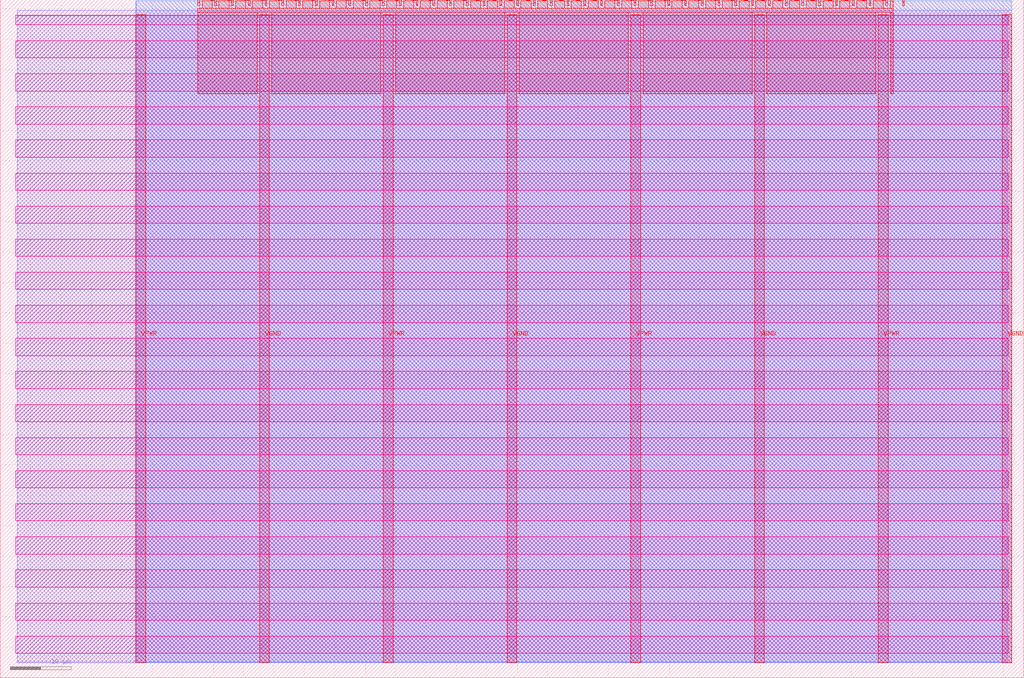
<source format=lef>
VERSION 5.7 ;
  NOWIREEXTENSIONATPIN ON ;
  DIVIDERCHAR "/" ;
  BUSBITCHARS "[]" ;
MACRO tt_um_wokwi_380005495431181313_dup
  CLASS BLOCK ;
  FOREIGN tt_um_wokwi_380005495431181313_dup ;
  ORIGIN 0.000 0.000 ;
  SIZE 168.360 BY 111.520 ;
  PIN VGND
    DIRECTION INOUT ;
    USE GROUND ;
    PORT
      LAYER met4 ;
        RECT 42.670 2.480 44.270 109.040 ;
    END
    PORT
      LAYER met4 ;
        RECT 83.380 2.480 84.980 109.040 ;
    END
    PORT
      LAYER met4 ;
        RECT 124.090 2.480 125.690 109.040 ;
    END
    PORT
      LAYER met4 ;
        RECT 164.800 2.480 166.400 109.040 ;
    END
  END VGND
  PIN VPWR
    DIRECTION INOUT ;
    USE POWER ;
    PORT
      LAYER met4 ;
        RECT 22.315 2.480 23.915 109.040 ;
    END
    PORT
      LAYER met4 ;
        RECT 63.025 2.480 64.625 109.040 ;
    END
    PORT
      LAYER met4 ;
        RECT 103.735 2.480 105.335 109.040 ;
    END
    PORT
      LAYER met4 ;
        RECT 144.445 2.480 146.045 109.040 ;
    END
  END VPWR
  PIN clk
    DIRECTION INPUT ;
    USE SIGNAL ;
    ANTENNAGATEAREA 0.852000 ;
    PORT
      LAYER met4 ;
        RECT 145.670 110.520 145.970 111.520 ;
    END
  END clk
  PIN ena
    DIRECTION INPUT ;
    USE SIGNAL ;
    PORT
      LAYER met4 ;
        RECT 148.430 110.520 148.730 111.520 ;
    END
  END ena
  PIN rst_n
    DIRECTION INPUT ;
    USE SIGNAL ;
    ANTENNAGATEAREA 0.196500 ;
    PORT
      LAYER met4 ;
        RECT 142.910 110.520 143.210 111.520 ;
    END
  END rst_n
  PIN ui_in[0]
    DIRECTION INPUT ;
    USE SIGNAL ;
    ANTENNAGATEAREA 0.196500 ;
    PORT
      LAYER met4 ;
        RECT 140.150 110.520 140.450 111.520 ;
    END
  END ui_in[0]
  PIN ui_in[1]
    DIRECTION INPUT ;
    USE SIGNAL ;
    ANTENNAGATEAREA 0.196500 ;
    PORT
      LAYER met4 ;
        RECT 137.390 110.520 137.690 111.520 ;
    END
  END ui_in[1]
  PIN ui_in[2]
    DIRECTION INPUT ;
    USE SIGNAL ;
    ANTENNAGATEAREA 0.196500 ;
    PORT
      LAYER met4 ;
        RECT 134.630 110.520 134.930 111.520 ;
    END
  END ui_in[2]
  PIN ui_in[3]
    DIRECTION INPUT ;
    USE SIGNAL ;
    ANTENNAGATEAREA 0.196500 ;
    PORT
      LAYER met4 ;
        RECT 131.870 110.520 132.170 111.520 ;
    END
  END ui_in[3]
  PIN ui_in[4]
    DIRECTION INPUT ;
    USE SIGNAL ;
    ANTENNAGATEAREA 0.196500 ;
    PORT
      LAYER met4 ;
        RECT 129.110 110.520 129.410 111.520 ;
    END
  END ui_in[4]
  PIN ui_in[5]
    DIRECTION INPUT ;
    USE SIGNAL ;
    ANTENNAGATEAREA 0.196500 ;
    PORT
      LAYER met4 ;
        RECT 126.350 110.520 126.650 111.520 ;
    END
  END ui_in[5]
  PIN ui_in[6]
    DIRECTION INPUT ;
    USE SIGNAL ;
    ANTENNAGATEAREA 0.126000 ;
    PORT
      LAYER met4 ;
        RECT 123.590 110.520 123.890 111.520 ;
    END
  END ui_in[6]
  PIN ui_in[7]
    DIRECTION INPUT ;
    USE SIGNAL ;
    ANTENNAGATEAREA 0.196500 ;
    PORT
      LAYER met4 ;
        RECT 120.830 110.520 121.130 111.520 ;
    END
  END ui_in[7]
  PIN uio_in[0]
    DIRECTION INPUT ;
    USE SIGNAL ;
    ANTENNAGATEAREA 0.196500 ;
    PORT
      LAYER met4 ;
        RECT 118.070 110.520 118.370 111.520 ;
    END
  END uio_in[0]
  PIN uio_in[1]
    DIRECTION INPUT ;
    USE SIGNAL ;
    ANTENNAGATEAREA 0.196500 ;
    PORT
      LAYER met4 ;
        RECT 115.310 110.520 115.610 111.520 ;
    END
  END uio_in[1]
  PIN uio_in[2]
    DIRECTION INPUT ;
    USE SIGNAL ;
    ANTENNAGATEAREA 0.196500 ;
    PORT
      LAYER met4 ;
        RECT 112.550 110.520 112.850 111.520 ;
    END
  END uio_in[2]
  PIN uio_in[3]
    DIRECTION INPUT ;
    USE SIGNAL ;
    PORT
      LAYER met4 ;
        RECT 109.790 110.520 110.090 111.520 ;
    END
  END uio_in[3]
  PIN uio_in[4]
    DIRECTION INPUT ;
    USE SIGNAL ;
    ANTENNAGATEAREA 0.196500 ;
    PORT
      LAYER met4 ;
        RECT 107.030 110.520 107.330 111.520 ;
    END
  END uio_in[4]
  PIN uio_in[5]
    DIRECTION INPUT ;
    USE SIGNAL ;
    ANTENNAGATEAREA 0.196500 ;
    PORT
      LAYER met4 ;
        RECT 104.270 110.520 104.570 111.520 ;
    END
  END uio_in[5]
  PIN uio_in[6]
    DIRECTION INPUT ;
    USE SIGNAL ;
    ANTENNAGATEAREA 0.196500 ;
    PORT
      LAYER met4 ;
        RECT 101.510 110.520 101.810 111.520 ;
    END
  END uio_in[6]
  PIN uio_in[7]
    DIRECTION INPUT ;
    USE SIGNAL ;
    ANTENNAGATEAREA 0.196500 ;
    PORT
      LAYER met4 ;
        RECT 98.750 110.520 99.050 111.520 ;
    END
  END uio_in[7]
  PIN uio_oe[0]
    DIRECTION OUTPUT TRISTATE ;
    USE SIGNAL ;
    PORT
      LAYER met4 ;
        RECT 51.830 110.520 52.130 111.520 ;
    END
  END uio_oe[0]
  PIN uio_oe[1]
    DIRECTION OUTPUT TRISTATE ;
    USE SIGNAL ;
    PORT
      LAYER met4 ;
        RECT 49.070 110.520 49.370 111.520 ;
    END
  END uio_oe[1]
  PIN uio_oe[2]
    DIRECTION OUTPUT TRISTATE ;
    USE SIGNAL ;
    PORT
      LAYER met4 ;
        RECT 46.310 110.520 46.610 111.520 ;
    END
  END uio_oe[2]
  PIN uio_oe[3]
    DIRECTION OUTPUT TRISTATE ;
    USE SIGNAL ;
    PORT
      LAYER met4 ;
        RECT 43.550 110.520 43.850 111.520 ;
    END
  END uio_oe[3]
  PIN uio_oe[4]
    DIRECTION OUTPUT TRISTATE ;
    USE SIGNAL ;
    PORT
      LAYER met4 ;
        RECT 40.790 110.520 41.090 111.520 ;
    END
  END uio_oe[4]
  PIN uio_oe[5]
    DIRECTION OUTPUT TRISTATE ;
    USE SIGNAL ;
    ANTENNADIFFAREA 0.445500 ;
    PORT
      LAYER met4 ;
        RECT 38.030 110.520 38.330 111.520 ;
    END
  END uio_oe[5]
  PIN uio_oe[6]
    DIRECTION OUTPUT TRISTATE ;
    USE SIGNAL ;
    ANTENNADIFFAREA 0.445500 ;
    PORT
      LAYER met4 ;
        RECT 35.270 110.520 35.570 111.520 ;
    END
  END uio_oe[6]
  PIN uio_oe[7]
    DIRECTION OUTPUT TRISTATE ;
    USE SIGNAL ;
    ANTENNADIFFAREA 0.445500 ;
    PORT
      LAYER met4 ;
        RECT 32.510 110.520 32.810 111.520 ;
    END
  END uio_oe[7]
  PIN uio_out[0]
    DIRECTION OUTPUT TRISTATE ;
    USE SIGNAL ;
    PORT
      LAYER met4 ;
        RECT 73.910 110.520 74.210 111.520 ;
    END
  END uio_out[0]
  PIN uio_out[1]
    DIRECTION OUTPUT TRISTATE ;
    USE SIGNAL ;
    PORT
      LAYER met4 ;
        RECT 71.150 110.520 71.450 111.520 ;
    END
  END uio_out[1]
  PIN uio_out[2]
    DIRECTION OUTPUT TRISTATE ;
    USE SIGNAL ;
    PORT
      LAYER met4 ;
        RECT 68.390 110.520 68.690 111.520 ;
    END
  END uio_out[2]
  PIN uio_out[3]
    DIRECTION OUTPUT TRISTATE ;
    USE SIGNAL ;
    PORT
      LAYER met4 ;
        RECT 65.630 110.520 65.930 111.520 ;
    END
  END uio_out[3]
  PIN uio_out[4]
    DIRECTION OUTPUT TRISTATE ;
    USE SIGNAL ;
    PORT
      LAYER met4 ;
        RECT 62.870 110.520 63.170 111.520 ;
    END
  END uio_out[4]
  PIN uio_out[5]
    DIRECTION OUTPUT TRISTATE ;
    USE SIGNAL ;
    ANTENNADIFFAREA 0.795200 ;
    PORT
      LAYER met4 ;
        RECT 60.110 110.520 60.410 111.520 ;
    END
  END uio_out[5]
  PIN uio_out[6]
    DIRECTION OUTPUT TRISTATE ;
    USE SIGNAL ;
    ANTENNADIFFAREA 0.795200 ;
    PORT
      LAYER met4 ;
        RECT 57.350 110.520 57.650 111.520 ;
    END
  END uio_out[6]
  PIN uio_out[7]
    DIRECTION OUTPUT TRISTATE ;
    USE SIGNAL ;
    ANTENNADIFFAREA 0.795200 ;
    PORT
      LAYER met4 ;
        RECT 54.590 110.520 54.890 111.520 ;
    END
  END uio_out[7]
  PIN uo_out[0]
    DIRECTION OUTPUT TRISTATE ;
    USE SIGNAL ;
    ANTENNADIFFAREA 0.445500 ;
    PORT
      LAYER met4 ;
        RECT 95.990 110.520 96.290 111.520 ;
    END
  END uo_out[0]
  PIN uo_out[1]
    DIRECTION OUTPUT TRISTATE ;
    USE SIGNAL ;
    ANTENNADIFFAREA 0.795200 ;
    PORT
      LAYER met4 ;
        RECT 93.230 110.520 93.530 111.520 ;
    END
  END uo_out[1]
  PIN uo_out[2]
    DIRECTION OUTPUT TRISTATE ;
    USE SIGNAL ;
    ANTENNADIFFAREA 0.445500 ;
    PORT
      LAYER met4 ;
        RECT 90.470 110.520 90.770 111.520 ;
    END
  END uo_out[2]
  PIN uo_out[3]
    DIRECTION OUTPUT TRISTATE ;
    USE SIGNAL ;
    ANTENNADIFFAREA 0.795200 ;
    PORT
      LAYER met4 ;
        RECT 87.710 110.520 88.010 111.520 ;
    END
  END uo_out[3]
  PIN uo_out[4]
    DIRECTION OUTPUT TRISTATE ;
    USE SIGNAL ;
    ANTENNADIFFAREA 0.445500 ;
    PORT
      LAYER met4 ;
        RECT 84.950 110.520 85.250 111.520 ;
    END
  END uo_out[4]
  PIN uo_out[5]
    DIRECTION OUTPUT TRISTATE ;
    USE SIGNAL ;
    ANTENNADIFFAREA 0.795200 ;
    PORT
      LAYER met4 ;
        RECT 82.190 110.520 82.490 111.520 ;
    END
  END uo_out[5]
  PIN uo_out[6]
    DIRECTION OUTPUT TRISTATE ;
    USE SIGNAL ;
    ANTENNADIFFAREA 0.795200 ;
    PORT
      LAYER met4 ;
        RECT 79.430 110.520 79.730 111.520 ;
    END
  END uo_out[6]
  PIN uo_out[7]
    DIRECTION OUTPUT TRISTATE ;
    USE SIGNAL ;
    ANTENNADIFFAREA 0.445500 ;
    PORT
      LAYER met4 ;
        RECT 76.670 110.520 76.970 111.520 ;
    END
  END uo_out[7]
  OBS
      LAYER nwell ;
        RECT 2.570 107.385 165.790 108.990 ;
        RECT 2.570 101.945 165.790 104.775 ;
        RECT 2.570 96.505 165.790 99.335 ;
        RECT 2.570 91.065 165.790 93.895 ;
        RECT 2.570 85.625 165.790 88.455 ;
        RECT 2.570 80.185 165.790 83.015 ;
        RECT 2.570 74.745 165.790 77.575 ;
        RECT 2.570 69.305 165.790 72.135 ;
        RECT 2.570 63.865 165.790 66.695 ;
        RECT 2.570 58.425 165.790 61.255 ;
        RECT 2.570 52.985 165.790 55.815 ;
        RECT 2.570 47.545 165.790 50.375 ;
        RECT 2.570 42.105 165.790 44.935 ;
        RECT 2.570 36.665 165.790 39.495 ;
        RECT 2.570 31.225 165.790 34.055 ;
        RECT 2.570 25.785 165.790 28.615 ;
        RECT 2.570 20.345 165.790 23.175 ;
        RECT 2.570 14.905 165.790 17.735 ;
        RECT 2.570 9.465 165.790 12.295 ;
        RECT 2.570 4.025 165.790 6.855 ;
      LAYER li1 ;
        RECT 2.760 2.635 165.600 108.885 ;
      LAYER met1 ;
        RECT 2.760 2.480 166.400 109.780 ;
      LAYER met2 ;
        RECT 22.345 2.535 166.370 111.365 ;
      LAYER met3 ;
        RECT 22.325 2.555 166.390 111.345 ;
      LAYER met4 ;
        RECT 33.210 110.120 34.870 111.345 ;
        RECT 35.970 110.120 37.630 111.345 ;
        RECT 38.730 110.120 40.390 111.345 ;
        RECT 41.490 110.120 43.150 111.345 ;
        RECT 44.250 110.120 45.910 111.345 ;
        RECT 47.010 110.120 48.670 111.345 ;
        RECT 49.770 110.120 51.430 111.345 ;
        RECT 52.530 110.120 54.190 111.345 ;
        RECT 55.290 110.120 56.950 111.345 ;
        RECT 58.050 110.120 59.710 111.345 ;
        RECT 60.810 110.120 62.470 111.345 ;
        RECT 63.570 110.120 65.230 111.345 ;
        RECT 66.330 110.120 67.990 111.345 ;
        RECT 69.090 110.120 70.750 111.345 ;
        RECT 71.850 110.120 73.510 111.345 ;
        RECT 74.610 110.120 76.270 111.345 ;
        RECT 77.370 110.120 79.030 111.345 ;
        RECT 80.130 110.120 81.790 111.345 ;
        RECT 82.890 110.120 84.550 111.345 ;
        RECT 85.650 110.120 87.310 111.345 ;
        RECT 88.410 110.120 90.070 111.345 ;
        RECT 91.170 110.120 92.830 111.345 ;
        RECT 93.930 110.120 95.590 111.345 ;
        RECT 96.690 110.120 98.350 111.345 ;
        RECT 99.450 110.120 101.110 111.345 ;
        RECT 102.210 110.120 103.870 111.345 ;
        RECT 104.970 110.120 106.630 111.345 ;
        RECT 107.730 110.120 109.390 111.345 ;
        RECT 110.490 110.120 112.150 111.345 ;
        RECT 113.250 110.120 114.910 111.345 ;
        RECT 116.010 110.120 117.670 111.345 ;
        RECT 118.770 110.120 120.430 111.345 ;
        RECT 121.530 110.120 123.190 111.345 ;
        RECT 124.290 110.120 125.950 111.345 ;
        RECT 127.050 110.120 128.710 111.345 ;
        RECT 129.810 110.120 131.470 111.345 ;
        RECT 132.570 110.120 134.230 111.345 ;
        RECT 135.330 110.120 136.990 111.345 ;
        RECT 138.090 110.120 139.750 111.345 ;
        RECT 140.850 110.120 142.510 111.345 ;
        RECT 143.610 110.120 145.270 111.345 ;
        RECT 146.370 110.120 146.905 111.345 ;
        RECT 32.495 109.440 146.905 110.120 ;
        RECT 32.495 96.055 42.270 109.440 ;
        RECT 44.670 96.055 62.625 109.440 ;
        RECT 65.025 96.055 82.980 109.440 ;
        RECT 85.380 96.055 103.335 109.440 ;
        RECT 105.735 96.055 123.690 109.440 ;
        RECT 126.090 96.055 144.045 109.440 ;
        RECT 146.445 96.055 146.905 109.440 ;
  END
END tt_um_wokwi_380005495431181313_dup
END LIBRARY


</source>
